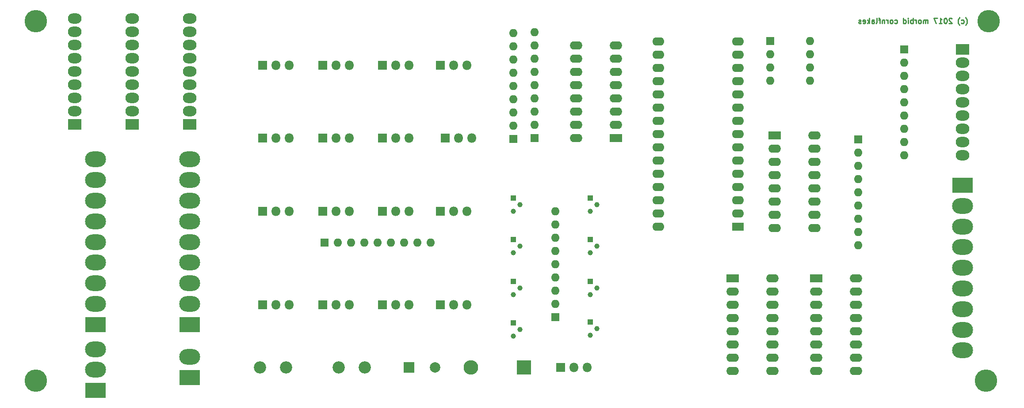
<source format=gbs>
G04 #@! TF.FileFunction,Soldermask,Bot*
%FSLAX46Y46*%
G04 Gerber Fmt 4.6, Leading zero omitted, Abs format (unit mm)*
G04 Created by KiCad (PCBNEW 4.0.7) date Sun Dec 31 11:10:19 2017*
%MOMM*%
%LPD*%
G01*
G04 APERTURE LIST*
%ADD10C,0.100000*%
%ADD11C,0.250000*%
%ADD12R,1.800000X1.800000*%
%ADD13O,1.800000X1.800000*%
%ADD14R,1.600000X1.600000*%
%ADD15O,1.600000X1.600000*%
%ADD16R,2.400000X1.600000*%
%ADD17O,2.400000X1.600000*%
%ADD18C,1.000000*%
%ADD19R,1.000000X1.000000*%
%ADD20C,2.350000*%
%ADD21R,2.286000X1.574800*%
%ADD22O,2.286000X1.574800*%
%ADD23R,4.000000X3.000000*%
%ADD24O,4.000000X3.000000*%
%ADD25R,2.600000X2.000000*%
%ADD26O,2.600000X2.000000*%
%ADD27R,2.000000X2.000000*%
%ADD28C,2.000000*%
%ADD29R,2.800000X2.800000*%
%ADD30O,2.800000X2.800000*%
%ADD31C,4.300000*%
G04 APERTURE END LIST*
D10*
D11*
X208571430Y-56333333D02*
X208619050Y-56285714D01*
X208714288Y-56142857D01*
X208761907Y-56047619D01*
X208809526Y-55904762D01*
X208857145Y-55666667D01*
X208857145Y-55476190D01*
X208809526Y-55238095D01*
X208761907Y-55095238D01*
X208714288Y-55000000D01*
X208619050Y-54857143D01*
X208571430Y-54809524D01*
X207761906Y-55904762D02*
X207857144Y-55952381D01*
X208047621Y-55952381D01*
X208142859Y-55904762D01*
X208190478Y-55857143D01*
X208238097Y-55761905D01*
X208238097Y-55476190D01*
X208190478Y-55380952D01*
X208142859Y-55333333D01*
X208047621Y-55285714D01*
X207857144Y-55285714D01*
X207761906Y-55333333D01*
X207428573Y-56333333D02*
X207380954Y-56285714D01*
X207285716Y-56142857D01*
X207238097Y-56047619D01*
X207190478Y-55904762D01*
X207142859Y-55666667D01*
X207142859Y-55476190D01*
X207190478Y-55238095D01*
X207238097Y-55095238D01*
X207285716Y-55000000D01*
X207380954Y-54857143D01*
X207428573Y-54809524D01*
X205952382Y-55047619D02*
X205904763Y-55000000D01*
X205809525Y-54952381D01*
X205571429Y-54952381D01*
X205476191Y-55000000D01*
X205428572Y-55047619D01*
X205380953Y-55142857D01*
X205380953Y-55238095D01*
X205428572Y-55380952D01*
X206000001Y-55952381D01*
X205380953Y-55952381D01*
X204761906Y-54952381D02*
X204666667Y-54952381D01*
X204571429Y-55000000D01*
X204523810Y-55047619D01*
X204476191Y-55142857D01*
X204428572Y-55333333D01*
X204428572Y-55571429D01*
X204476191Y-55761905D01*
X204523810Y-55857143D01*
X204571429Y-55904762D01*
X204666667Y-55952381D01*
X204761906Y-55952381D01*
X204857144Y-55904762D01*
X204904763Y-55857143D01*
X204952382Y-55761905D01*
X205000001Y-55571429D01*
X205000001Y-55333333D01*
X204952382Y-55142857D01*
X204904763Y-55047619D01*
X204857144Y-55000000D01*
X204761906Y-54952381D01*
X203476191Y-55952381D02*
X204047620Y-55952381D01*
X203761906Y-55952381D02*
X203761906Y-54952381D01*
X203857144Y-55095238D01*
X203952382Y-55190476D01*
X204047620Y-55238095D01*
X203142858Y-54952381D02*
X202476191Y-54952381D01*
X202904763Y-55952381D01*
X201333334Y-55952381D02*
X201333334Y-55285714D01*
X201333334Y-55380952D02*
X201285715Y-55333333D01*
X201190477Y-55285714D01*
X201047619Y-55285714D01*
X200952381Y-55333333D01*
X200904762Y-55428571D01*
X200904762Y-55952381D01*
X200904762Y-55428571D02*
X200857143Y-55333333D01*
X200761905Y-55285714D01*
X200619048Y-55285714D01*
X200523810Y-55333333D01*
X200476191Y-55428571D01*
X200476191Y-55952381D01*
X199857144Y-55952381D02*
X199952382Y-55904762D01*
X200000001Y-55857143D01*
X200047620Y-55761905D01*
X200047620Y-55476190D01*
X200000001Y-55380952D01*
X199952382Y-55333333D01*
X199857144Y-55285714D01*
X199714286Y-55285714D01*
X199619048Y-55333333D01*
X199571429Y-55380952D01*
X199523810Y-55476190D01*
X199523810Y-55761905D01*
X199571429Y-55857143D01*
X199619048Y-55904762D01*
X199714286Y-55952381D01*
X199857144Y-55952381D01*
X199095239Y-55952381D02*
X199095239Y-55285714D01*
X199095239Y-55476190D02*
X199047620Y-55380952D01*
X199000001Y-55333333D01*
X198904763Y-55285714D01*
X198809524Y-55285714D01*
X198476191Y-55952381D02*
X198476191Y-54952381D01*
X198476191Y-55333333D02*
X198380953Y-55285714D01*
X198190476Y-55285714D01*
X198095238Y-55333333D01*
X198047619Y-55380952D01*
X198000000Y-55476190D01*
X198000000Y-55761905D01*
X198047619Y-55857143D01*
X198095238Y-55904762D01*
X198190476Y-55952381D01*
X198380953Y-55952381D01*
X198476191Y-55904762D01*
X197571429Y-55952381D02*
X197571429Y-55285714D01*
X197571429Y-54952381D02*
X197619048Y-55000000D01*
X197571429Y-55047619D01*
X197523810Y-55000000D01*
X197571429Y-54952381D01*
X197571429Y-55047619D01*
X196666667Y-55952381D02*
X196666667Y-54952381D01*
X196666667Y-55904762D02*
X196761905Y-55952381D01*
X196952382Y-55952381D01*
X197047620Y-55904762D01*
X197095239Y-55857143D01*
X197142858Y-55761905D01*
X197142858Y-55476190D01*
X197095239Y-55380952D01*
X197047620Y-55333333D01*
X196952382Y-55285714D01*
X196761905Y-55285714D01*
X196666667Y-55333333D01*
X195000000Y-55904762D02*
X195095238Y-55952381D01*
X195285715Y-55952381D01*
X195380953Y-55904762D01*
X195428572Y-55857143D01*
X195476191Y-55761905D01*
X195476191Y-55476190D01*
X195428572Y-55380952D01*
X195380953Y-55333333D01*
X195285715Y-55285714D01*
X195095238Y-55285714D01*
X195000000Y-55333333D01*
X194428572Y-55952381D02*
X194523810Y-55904762D01*
X194571429Y-55857143D01*
X194619048Y-55761905D01*
X194619048Y-55476190D01*
X194571429Y-55380952D01*
X194523810Y-55333333D01*
X194428572Y-55285714D01*
X194285714Y-55285714D01*
X194190476Y-55333333D01*
X194142857Y-55380952D01*
X194095238Y-55476190D01*
X194095238Y-55761905D01*
X194142857Y-55857143D01*
X194190476Y-55904762D01*
X194285714Y-55952381D01*
X194428572Y-55952381D01*
X193666667Y-55952381D02*
X193666667Y-55285714D01*
X193666667Y-55476190D02*
X193619048Y-55380952D01*
X193571429Y-55333333D01*
X193476191Y-55285714D01*
X193380952Y-55285714D01*
X193047619Y-55285714D02*
X193047619Y-55952381D01*
X193047619Y-55380952D02*
X193000000Y-55333333D01*
X192904762Y-55285714D01*
X192761904Y-55285714D01*
X192666666Y-55333333D01*
X192619047Y-55428571D01*
X192619047Y-55952381D01*
X192285714Y-55285714D02*
X191904762Y-55285714D01*
X192142857Y-55952381D02*
X192142857Y-55095238D01*
X192095238Y-55000000D01*
X192000000Y-54952381D01*
X191904762Y-54952381D01*
X191428571Y-55952381D02*
X191523809Y-55904762D01*
X191571428Y-55809524D01*
X191571428Y-54952381D01*
X190619046Y-55952381D02*
X190619046Y-55428571D01*
X190666665Y-55333333D01*
X190761903Y-55285714D01*
X190952380Y-55285714D01*
X191047618Y-55333333D01*
X190619046Y-55904762D02*
X190714284Y-55952381D01*
X190952380Y-55952381D01*
X191047618Y-55904762D01*
X191095237Y-55809524D01*
X191095237Y-55714286D01*
X191047618Y-55619048D01*
X190952380Y-55571429D01*
X190714284Y-55571429D01*
X190619046Y-55523810D01*
X190142856Y-55952381D02*
X190142856Y-54952381D01*
X190047618Y-55571429D02*
X189761903Y-55952381D01*
X189761903Y-55285714D02*
X190142856Y-55666667D01*
X188952379Y-55904762D02*
X189047617Y-55952381D01*
X189238094Y-55952381D01*
X189333332Y-55904762D01*
X189380951Y-55809524D01*
X189380951Y-55428571D01*
X189333332Y-55333333D01*
X189238094Y-55285714D01*
X189047617Y-55285714D01*
X188952379Y-55333333D01*
X188904760Y-55428571D01*
X188904760Y-55523810D01*
X189380951Y-55619048D01*
X188523808Y-55904762D02*
X188428570Y-55952381D01*
X188238094Y-55952381D01*
X188142855Y-55904762D01*
X188095236Y-55809524D01*
X188095236Y-55761905D01*
X188142855Y-55666667D01*
X188238094Y-55619048D01*
X188380951Y-55619048D01*
X188476189Y-55571429D01*
X188523808Y-55476190D01*
X188523808Y-55428571D01*
X188476189Y-55333333D01*
X188380951Y-55285714D01*
X188238094Y-55285714D01*
X188142855Y-55333333D01*
D12*
X131000000Y-122000000D03*
D13*
X133540000Y-122000000D03*
X136080000Y-122000000D03*
D14*
X188000000Y-78220000D03*
D15*
X188000000Y-80760000D03*
X188000000Y-83300000D03*
X188000000Y-85840000D03*
X188000000Y-88380000D03*
X188000000Y-90920000D03*
X188000000Y-93460000D03*
X188000000Y-96000000D03*
X188000000Y-98540000D03*
D16*
X180000000Y-104920000D03*
D17*
X187620000Y-122700000D03*
X180000000Y-107460000D03*
X187620000Y-120160000D03*
X180000000Y-110000000D03*
X187620000Y-117620000D03*
X180000000Y-112540000D03*
X187620000Y-115080000D03*
X180000000Y-115080000D03*
X187620000Y-112540000D03*
X180000000Y-117620000D03*
X187620000Y-110000000D03*
X180000000Y-120160000D03*
X187620000Y-107460000D03*
X180000000Y-122700000D03*
X187620000Y-104920000D03*
D18*
X123270000Y-114730000D03*
X122000000Y-116000000D03*
D19*
X122000000Y-113460000D03*
D18*
X123270000Y-98730000D03*
X122000000Y-100000000D03*
D19*
X122000000Y-97460000D03*
D14*
X130000000Y-112320000D03*
D15*
X130000000Y-109780000D03*
X130000000Y-107240000D03*
X130000000Y-104700000D03*
X130000000Y-102160000D03*
X130000000Y-99620000D03*
X130000000Y-97080000D03*
X130000000Y-94540000D03*
X130000000Y-92000000D03*
D18*
X123270000Y-106730000D03*
X122000000Y-108000000D03*
D19*
X122000000Y-105460000D03*
D12*
X74000000Y-110000000D03*
D13*
X76540000Y-110000000D03*
X79080000Y-110000000D03*
D14*
X122000000Y-78160000D03*
D15*
X122000000Y-75620000D03*
X122000000Y-73080000D03*
X122000000Y-70540000D03*
X122000000Y-68000000D03*
X122000000Y-65460000D03*
X122000000Y-62920000D03*
X122000000Y-60380000D03*
X122000000Y-57840000D03*
D20*
X78500000Y-122000000D03*
X73500000Y-122000000D03*
X88500000Y-122000000D03*
X93500000Y-122000000D03*
D18*
X123270000Y-90730000D03*
X122000000Y-92000000D03*
D19*
X122000000Y-89460000D03*
D12*
X85460000Y-110000000D03*
D13*
X88000000Y-110000000D03*
X90540000Y-110000000D03*
D12*
X96920000Y-110000000D03*
D13*
X99460000Y-110000000D03*
X102000000Y-110000000D03*
D12*
X108000000Y-110000000D03*
D13*
X110540000Y-110000000D03*
X113080000Y-110000000D03*
D12*
X74000000Y-92000000D03*
D13*
X76540000Y-92000000D03*
X79080000Y-92000000D03*
D12*
X108000000Y-92000000D03*
D13*
X110540000Y-92000000D03*
X113080000Y-92000000D03*
D12*
X96920000Y-92000000D03*
D13*
X99460000Y-92000000D03*
X102000000Y-92000000D03*
D12*
X85460000Y-92000000D03*
D13*
X88000000Y-92000000D03*
X90540000Y-92000000D03*
D18*
X138000000Y-114540000D03*
X136730000Y-115810000D03*
D19*
X136730000Y-113270000D03*
D18*
X138000000Y-106730000D03*
X136730000Y-108000000D03*
D19*
X136730000Y-105460000D03*
D18*
X138000000Y-98730000D03*
X136730000Y-100000000D03*
D19*
X136730000Y-97460000D03*
D18*
X138000000Y-90730000D03*
X136730000Y-92000000D03*
D19*
X136730000Y-89460000D03*
D12*
X74000000Y-78000000D03*
D13*
X76540000Y-78000000D03*
X79080000Y-78000000D03*
D12*
X85460000Y-78000000D03*
D13*
X88000000Y-78000000D03*
X90540000Y-78000000D03*
D12*
X96920000Y-78000000D03*
D13*
X99460000Y-78000000D03*
X102000000Y-78000000D03*
D12*
X108920000Y-78000000D03*
D13*
X111460000Y-78000000D03*
X114000000Y-78000000D03*
D12*
X74000000Y-64000000D03*
D13*
X76540000Y-64000000D03*
X79080000Y-64000000D03*
D12*
X85460000Y-64000000D03*
D13*
X88000000Y-64000000D03*
X90540000Y-64000000D03*
D12*
X96920000Y-64000000D03*
D13*
X99460000Y-64000000D03*
X102000000Y-64000000D03*
D12*
X108000000Y-64000000D03*
D13*
X110540000Y-64000000D03*
X113080000Y-64000000D03*
D14*
X196800000Y-60960000D03*
D15*
X196800000Y-63500000D03*
X196800000Y-66040000D03*
X196800000Y-68580000D03*
X196800000Y-71120000D03*
X196800000Y-73660000D03*
X196800000Y-76200000D03*
X196800000Y-78740000D03*
X196800000Y-81280000D03*
D14*
X85840000Y-98000000D03*
D15*
X88380000Y-98000000D03*
X90920000Y-98000000D03*
X93460000Y-98000000D03*
X96000000Y-98000000D03*
X98540000Y-98000000D03*
X101080000Y-98000000D03*
X103620000Y-98000000D03*
X106160000Y-98000000D03*
D14*
X126000000Y-78000000D03*
D15*
X126000000Y-75460000D03*
X126000000Y-72920000D03*
X126000000Y-70380000D03*
X126000000Y-67840000D03*
X126000000Y-65300000D03*
X126000000Y-62760000D03*
X126000000Y-60220000D03*
X126000000Y-57680000D03*
D16*
X172000000Y-77460000D03*
D17*
X179620000Y-95240000D03*
X172000000Y-80000000D03*
X179620000Y-92700000D03*
X172000000Y-82540000D03*
X179620000Y-90160000D03*
X172000000Y-85080000D03*
X179620000Y-87620000D03*
X172000000Y-87620000D03*
X179620000Y-85080000D03*
X172000000Y-90160000D03*
X179620000Y-82540000D03*
X172000000Y-92700000D03*
X179620000Y-80000000D03*
X172000000Y-95240000D03*
X179620000Y-77460000D03*
D21*
X165000000Y-95000000D03*
D22*
X165000000Y-92460000D03*
X165000000Y-89920000D03*
X165000000Y-87380000D03*
X165000000Y-84840000D03*
X165000000Y-82300000D03*
X165000000Y-79760000D03*
X165000000Y-77220000D03*
X165000000Y-74680000D03*
X165000000Y-72140000D03*
X165000000Y-69600000D03*
X165000000Y-67060000D03*
X165000000Y-64520000D03*
X165000000Y-61980000D03*
X165000000Y-59440000D03*
X149760000Y-59440000D03*
X149760000Y-61980000D03*
X149760000Y-64520000D03*
X149760000Y-67060000D03*
X149760000Y-69600000D03*
X149760000Y-72140000D03*
X149760000Y-74680000D03*
X149760000Y-77220000D03*
X149760000Y-79760000D03*
X149760000Y-82300000D03*
X149760000Y-84840000D03*
X149760000Y-87380000D03*
X149760000Y-89920000D03*
X149760000Y-92460000D03*
X149760000Y-95000000D03*
D16*
X164000000Y-104920000D03*
D17*
X171620000Y-122700000D03*
X164000000Y-107460000D03*
X171620000Y-120160000D03*
X164000000Y-110000000D03*
X171620000Y-117620000D03*
X164000000Y-112540000D03*
X171620000Y-115080000D03*
X164000000Y-115080000D03*
X171620000Y-112540000D03*
X164000000Y-117620000D03*
X171620000Y-110000000D03*
X164000000Y-120160000D03*
X171620000Y-107460000D03*
X164000000Y-122700000D03*
X171620000Y-104920000D03*
D16*
X141620000Y-78000000D03*
D17*
X134000000Y-60220000D03*
X141620000Y-75460000D03*
X134000000Y-62760000D03*
X141620000Y-72920000D03*
X134000000Y-65300000D03*
X141620000Y-70380000D03*
X134000000Y-67840000D03*
X141620000Y-67840000D03*
X134000000Y-70380000D03*
X141620000Y-65300000D03*
X134000000Y-72920000D03*
X141620000Y-62760000D03*
X134000000Y-75460000D03*
X141620000Y-60220000D03*
X134000000Y-78000000D03*
D23*
X207962400Y-87037600D03*
D24*
X207962400Y-91000000D03*
X207962400Y-94962400D03*
X207962400Y-98924800D03*
X207962400Y-102887200D03*
X207962400Y-106849600D03*
X207962400Y-110812000D03*
X207962400Y-114774400D03*
X207962400Y-118736800D03*
D25*
X208000000Y-60920000D03*
D26*
X208000000Y-63460000D03*
X208000000Y-66000000D03*
X208000000Y-68540000D03*
X208000000Y-71080000D03*
X208000000Y-73620000D03*
X208000000Y-76160000D03*
X208000000Y-78700000D03*
X208000000Y-81240000D03*
D23*
X60000000Y-123962400D03*
D24*
X60000000Y-120000000D03*
D23*
X60000000Y-113775000D03*
D24*
X60000000Y-109812600D03*
X60000000Y-105850200D03*
X60000000Y-101887800D03*
X60000000Y-97925400D03*
X60000000Y-93963000D03*
X60000000Y-90000600D03*
X60000000Y-86038200D03*
X60000000Y-82075800D03*
D25*
X60000000Y-75325000D03*
D26*
X60000000Y-72785000D03*
X60000000Y-70245000D03*
X60000000Y-67705000D03*
X60000000Y-65165000D03*
X60000000Y-62625000D03*
X60000000Y-60085000D03*
X60000000Y-57545000D03*
X60000000Y-55005000D03*
D14*
X171200000Y-59380000D03*
D15*
X178820000Y-67000000D03*
X171200000Y-61920000D03*
X178820000Y-64460000D03*
X171200000Y-64460000D03*
X178820000Y-61920000D03*
X171200000Y-67000000D03*
X178820000Y-59380000D03*
D27*
X102000000Y-122000000D03*
D28*
X107000000Y-122000000D03*
D29*
X124000000Y-122000000D03*
D30*
X113840000Y-122000000D03*
D25*
X49000000Y-75320000D03*
D26*
X49000000Y-72780000D03*
X49000000Y-70240000D03*
X49000000Y-67700000D03*
X49000000Y-65160000D03*
X49000000Y-62620000D03*
X49000000Y-60080000D03*
X49000000Y-57540000D03*
X49000000Y-55000000D03*
D23*
X42000000Y-113779200D03*
D24*
X42000000Y-109816800D03*
X42000000Y-105854400D03*
X42000000Y-101892000D03*
X42000000Y-97929600D03*
X42000000Y-93967200D03*
X42000000Y-90004800D03*
X42000000Y-86042400D03*
X42000000Y-82080000D03*
D25*
X38000000Y-75320000D03*
D26*
X38000000Y-72780000D03*
X38000000Y-70240000D03*
X38000000Y-67700000D03*
X38000000Y-65160000D03*
X38000000Y-62620000D03*
X38000000Y-60080000D03*
X38000000Y-57540000D03*
X38000000Y-55000000D03*
D23*
X42000000Y-126424800D03*
D24*
X42000000Y-122462400D03*
X42000000Y-118500000D03*
D31*
X213000000Y-55500000D03*
X30500000Y-55500000D03*
X30500000Y-124500000D03*
X212500000Y-124500000D03*
M02*

</source>
